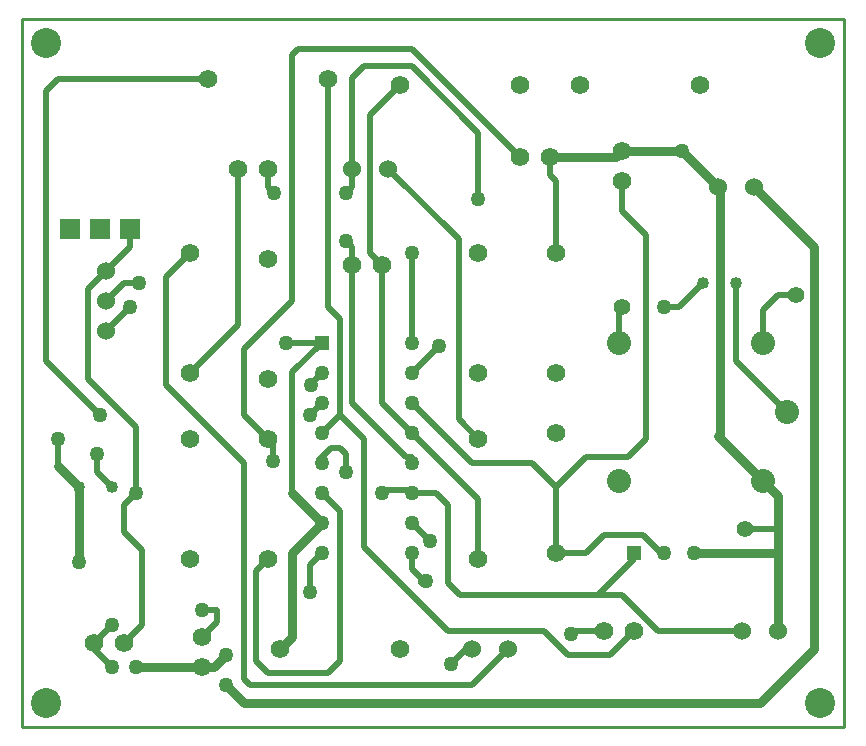
<source format=gbl>
%FSTAX23Y23*%
%MOIN*%
%SFA1B1*%

%IPPOS*%
%ADD10C,0.019690*%
%ADD11C,0.031500*%
%ADD12C,0.031400*%
%ADD13C,0.010000*%
%ADD15C,0.019600*%
%ADD16C,0.040000*%
%ADD17C,0.062000*%
%ADD18C,0.050000*%
%ADD19R,0.050000X0.050000*%
%ADD20R,0.070000X0.070000*%
%ADD21C,0.060000*%
%ADD22C,0.080000*%
%ADD23C,0.100000*%
%ADD24C,0.055120*%
%LNradiation-1*%
%LPD*%
G54D10*
X00941Y01231D02*
X0104Y0133D01*
X00941Y00829D02*
Y01231D01*
X0103Y0094D02*
X0107Y0098D01*
X00877Y00936D02*
Y00993D01*
X0086Y0101D02*
X00877Y00993D01*
X01002Y01188D02*
X0101Y0118D01*
Y012*
X0137Y0053D02*
Y00545D01*
X0134Y00575D02*
X0137Y00545D01*
X0134Y00575D02*
Y0063D01*
X0217D02*
X0218D01*
X0211Y0069D02*
X0217Y0063D01*
X0198Y0069D02*
X0211D01*
X01Y0059D02*
X0104Y0063D01*
X01Y005D02*
Y0059D01*
X0029Y009D02*
X0034Y0085D01*
X0242Y0127D02*
Y0153D01*
X0223Y0145D02*
X0231Y0153D01*
X0242Y0127D02*
X0259Y011D01*
X0218Y0145D02*
X0223D01*
X01Y0109D02*
X0104Y0113D01*
X0101Y012D02*
X0104Y0123D01*
X0103Y0094D02*
X0104Y0093D01*
X0107Y0098D02*
X011D01*
X0112Y0096*
Y009D02*
Y0096D01*
X0134Y0073D02*
X014Y0067D01*
X0134Y0123D02*
X0143Y0132D01*
X0092Y0133D02*
X0104D01*
X0194Y0049D02*
X0204D01*
X0196D02*
X0208Y0061D01*
X0134Y0083D02*
X0142D01*
X0124Y0084D02*
X0134D01*
X0146Y0071D02*
Y0079D01*
X0142Y0083D02*
X0146Y0079D01*
X0032Y0137D02*
X004Y0145D01*
X0032Y0147D02*
X0038Y0153D01*
X0043*
X0029Y009D02*
Y0096D01*
X0016Y0092D02*
Y0101D01*
X0028Y0031D02*
X0034Y0025D01*
X0028Y0031D02*
Y0033D01*
X0034Y0039*
X0038Y0033D02*
X0044Y0039D01*
Y0064*
X0038Y007D02*
X0044Y0064D01*
X0038Y007D02*
Y0079D01*
X0064Y0044D02*
X0069D01*
Y004D02*
Y0044D01*
X0064Y0035D02*
X0069Y004D01*
X0187Y0036D02*
X0188Y0037D01*
X0198*
X0147Y0026D02*
X0152Y0031D01*
X0154*
X0114Y0113D02*
Y0165D01*
X0112Y0167D02*
X0114Y0165D01*
Y0185D02*
Y02211D01*
X0086Y0185D02*
X0088Y0183D01*
X0086Y0185D02*
Y0191D01*
X0112Y0183D02*
X0114Y0185D01*
X0224Y0197D02*
X02241Y01968D01*
X018Y0189D02*
Y0195D01*
Y0189D02*
X0182Y0187D01*
Y0163D02*
Y0187D01*
X0204Y0049D02*
X0216Y0037D01*
X0244*
X0208Y0061D02*
Y0063D01*
X0026Y0121D02*
Y0127D01*
Y0121D02*
X0042Y0105D01*
Y0083D02*
Y0105D01*
X0038Y0079D02*
X0042Y0083D01*
X0156Y0181D02*
Y0203D01*
X0204Y0177D02*
Y0187D01*
Y0177D02*
X0212Y0169D01*
Y0101D02*
Y0169D01*
X0206Y0095D02*
X0212Y0101D01*
X0192Y0095D02*
X0206D01*
X0182Y0085D02*
X0192Y0095D01*
Y0063D02*
X0198Y0069D01*
X0182Y0063D02*
X0192D01*
X0203Y0133D02*
Y0144D01*
X0204Y0145*
X0251Y0133D02*
Y0144D01*
X0256Y0149*
X0261*
X0245Y0071D02*
X0256D01*
G54D11*
X0023Y006D02*
Y0085D01*
X0016Y0092D02*
X0023Y0085D01*
X0204Y0197D02*
X0224D01*
X0202Y0195D02*
X0204Y0197D01*
X018Y0195D02*
X0202D01*
X0042Y0025D02*
X0064D01*
X0068D02*
X0072Y0029D01*
X0064Y0025D02*
X0068D01*
G54D12*
X00941Y00829D02*
X0104Y0073D01*
X02366Y01023D02*
Y01853D01*
X0236Y0102D02*
X0251Y0087D01*
X0224Y0197D02*
X0236Y0185D01*
X009Y0031D02*
X0094Y0035D01*
Y0063*
X0104Y0073*
X0248Y0185D02*
X0268Y0165D01*
Y0031D02*
Y0165D01*
X025Y0013D02*
X0268Y0031D01*
X0078Y0013D02*
X025D01*
X0072Y0019D02*
X0078Y0013D01*
X0228Y0063D02*
X0256D01*
X0251Y0087D02*
X0256Y0082D01*
Y0037D02*
Y0082D01*
G54D13*
X0004Y0005D02*
Y0241D01*
X0278*
Y0005D02*
Y0241D01*
X0064Y0005D02*
X0278D01*
X0008D02*
X0064D01*
X0004D02*
X0008D01*
G54D15*
X0126Y0191D02*
X01495Y01675D01*
Y01075D02*
Y01675D01*
Y01075D02*
X0156Y0101D01*
X004Y0165D02*
Y0171D01*
X0104Y0103D02*
X011Y0109D01*
Y0141*
X0106Y0145D02*
X011Y0141D01*
X0106Y0145D02*
Y0221D01*
X0012Y0127D02*
X003Y0109D01*
X0012Y0127D02*
Y0217D01*
X0016Y0221*
X0066*
X012Y0163D02*
X0124Y0159D01*
X012Y0163D02*
Y0209D01*
X013Y0219*
X0124Y0113D02*
Y0159D01*
X0156Y0061D02*
Y0081D01*
X0134Y0113D02*
X0154Y0093D01*
X0174*
X0182Y0085*
Y0063D02*
Y0085D01*
X01339Y02251D02*
X0156Y0203D01*
X0118Y02251D02*
X01339D01*
X0114Y02211D02*
X0118Y02251D01*
X0078Y0109D02*
X0086Y0101D01*
X0078Y0109D02*
Y0131D01*
X0094Y0147*
Y0229*
X0096Y0231*
X0134*
X017Y0195*
X0134Y0133D02*
Y0163D01*
X006Y0123D02*
X0076Y0139D01*
Y0191*
X0114Y0113D02*
X0132Y0095D01*
X0134*
Y0093D02*
Y0095D01*
X0154Y0019D02*
X0166Y0031D01*
X008Y0019D02*
X0154D01*
X0078Y0021D02*
X008Y0019D01*
X0078Y0021D02*
Y0093D01*
X0052Y0119D02*
X0078Y0093D01*
X0052Y0119D02*
Y0155D01*
X006Y0163*
X011Y0109D02*
X0118Y0101D01*
Y0065D02*
Y0101D01*
Y0065D02*
X0146Y0037D01*
X0178*
X0186Y0029*
X02*
X0208Y0037*
X0082Y0057D02*
X0086Y0061D01*
X0082Y0027D02*
Y0057D01*
Y0027D02*
X0086Y0023D01*
X0106*
X011Y0027*
Y0077*
X0104Y0083D02*
X011Y0077D01*
X015Y0049D02*
X0194D01*
X0146Y0053D02*
X015Y0049D01*
X0146Y0053D02*
Y0071D01*
X0026Y0127D02*
Y0151D01*
X0134Y0103D02*
X0156Y0081D01*
X0124Y0113D02*
X0134Y0103D01*
X0026Y0151D02*
X0032Y0157D01*
X004Y0165*
G54D16*
X0242Y0153D03*
X0231D03*
X0023Y0085D03*
X0034D03*
G54D17*
X0086Y0121D03*
Y0161D03*
X0038Y0033D03*
X0028D03*
X0124Y0159D03*
X0114D03*
X019Y0219D03*
X023D03*
X017Y0195D03*
X018D03*
X0182Y0063D03*
Y0103D03*
X006Y0123D03*
Y0163D03*
X0064Y0035D03*
X0204Y0187D03*
X006Y0101D03*
X0086Y0061D03*
Y0101D03*
X0106Y0221D03*
X0208Y0037D03*
X0066Y0221D03*
X006Y0061D03*
X013Y0031D03*
X0156Y0061D03*
X013Y0219D03*
X0156Y0101D03*
X0182Y0123D03*
X0086Y0191D03*
X0076D03*
X017Y0219D03*
X0182Y0163D03*
X009Y0031D03*
X0064Y0025D03*
X0198Y0037D03*
X0204Y0197D03*
X0156Y0123D03*
Y0163D03*
G54D18*
X0228Y0063D03*
X0218D03*
X0134Y0113D03*
X0104Y0063D03*
X0134Y0083D03*
X0104D03*
Y0093D03*
Y0103D03*
Y0113D03*
Y0123D03*
X0134Y0063D03*
Y0103D03*
Y0073D03*
Y0133D03*
Y0123D03*
Y0093D03*
X0104Y0073D03*
X00877Y00936D03*
X01002Y01188D03*
X01385Y00535D03*
X01Y005D03*
X0218Y0145D03*
X01Y0109D03*
X0112Y009D03*
X014Y0067D03*
X0143Y0132D03*
X0092Y0133D03*
X0124Y0083D03*
X004Y0145D03*
X0043Y0153D03*
X0029Y0096D03*
X0023Y006D03*
X0016Y0101D03*
X0034Y0039D03*
Y0025D03*
X0064Y0044D03*
X0187Y0036D03*
X0147Y0026D03*
X0112Y0167D03*
X0088Y0183D03*
X0112D03*
X003Y0109D03*
X0134Y0163D03*
X02241Y01968D03*
X0042Y0083D03*
Y0025D03*
X0072Y0019D03*
Y0029D03*
X0156Y0181D03*
G54D19*
X0208Y0063D03*
X0104Y0133D03*
G54D20*
X002Y0171D03*
X004D03*
X003D03*
G54D21*
X0248Y0185D03*
X0032Y0157D03*
X0244Y0037D03*
X0032Y0147D03*
X0166Y0031D03*
X0126Y0191D03*
X0032Y0137D03*
X0114Y0191D03*
X0236Y0185D03*
X0154Y0031D03*
X0256Y0037D03*
G54D22*
X0251Y0133D03*
X0203D03*
X0259Y011D03*
X0251Y0087D03*
X0203D03*
G54D23*
X027Y0233D03*
Y0013D03*
X0012D03*
Y0233D03*
G54D24*
X0204Y0145D03*
X0262Y0149D03*
X0245Y0071D03*
M02*
</source>
